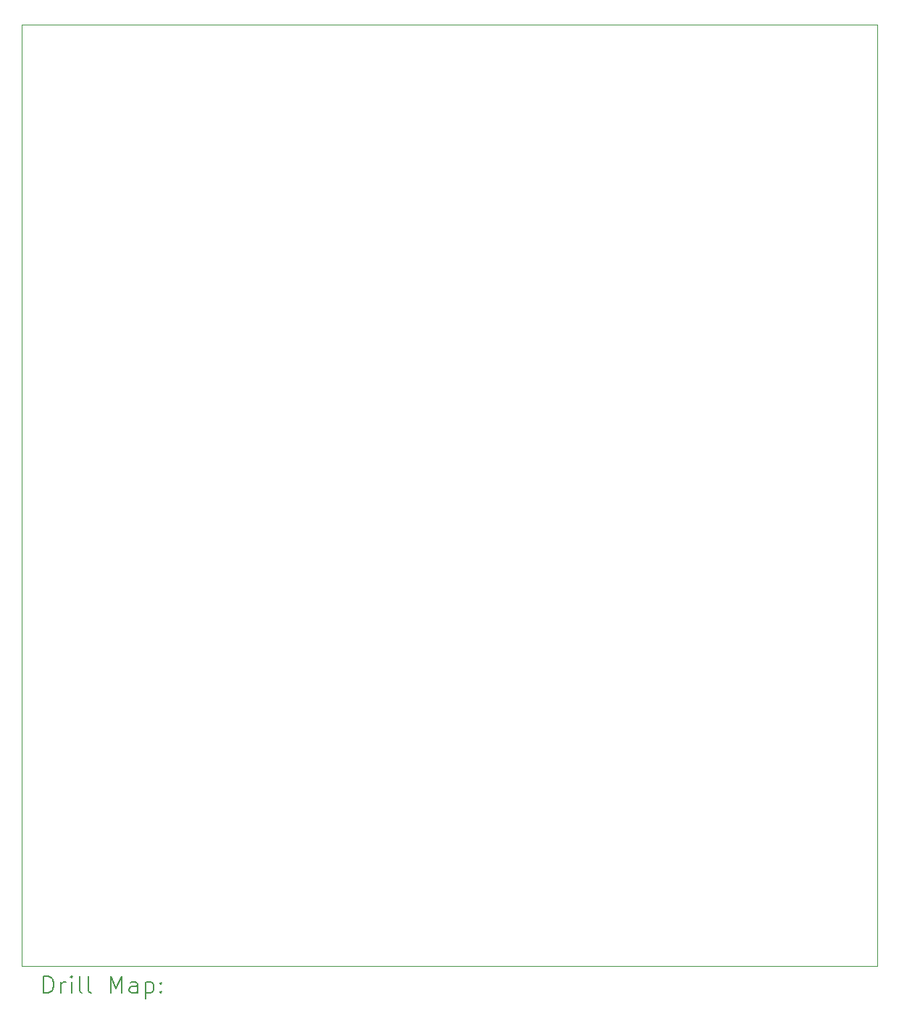
<source format=gbr>
%TF.GenerationSoftware,KiCad,Pcbnew,7.0.9*%
%TF.CreationDate,2024-01-09T16:01:35+02:00*%
%TF.ProjectId,kikad_project,6b696b61-645f-4707-926f-6a6563742e6b,rev?*%
%TF.SameCoordinates,Original*%
%TF.FileFunction,Drillmap*%
%TF.FilePolarity,Positive*%
%FSLAX45Y45*%
G04 Gerber Fmt 4.5, Leading zero omitted, Abs format (unit mm)*
G04 Created by KiCad (PCBNEW 7.0.9) date 2024-01-09 16:01:35*
%MOMM*%
%LPD*%
G01*
G04 APERTURE LIST*
%ADD10C,0.100000*%
%ADD11C,0.200000*%
G04 APERTURE END LIST*
D10*
X0Y0D02*
X10000000Y0D01*
X10000000Y-11000000D01*
X0Y-11000000D01*
X0Y0D01*
D11*
X255777Y-11316484D02*
X255777Y-11116484D01*
X255777Y-11116484D02*
X303396Y-11116484D01*
X303396Y-11116484D02*
X331967Y-11126008D01*
X331967Y-11126008D02*
X351015Y-11145055D01*
X351015Y-11145055D02*
X360539Y-11164103D01*
X360539Y-11164103D02*
X370062Y-11202198D01*
X370062Y-11202198D02*
X370062Y-11230769D01*
X370062Y-11230769D02*
X360539Y-11268865D01*
X360539Y-11268865D02*
X351015Y-11287912D01*
X351015Y-11287912D02*
X331967Y-11306960D01*
X331967Y-11306960D02*
X303396Y-11316484D01*
X303396Y-11316484D02*
X255777Y-11316484D01*
X455777Y-11316484D02*
X455777Y-11183150D01*
X455777Y-11221246D02*
X465301Y-11202198D01*
X465301Y-11202198D02*
X474824Y-11192674D01*
X474824Y-11192674D02*
X493872Y-11183150D01*
X493872Y-11183150D02*
X512920Y-11183150D01*
X579586Y-11316484D02*
X579586Y-11183150D01*
X579586Y-11116484D02*
X570063Y-11126008D01*
X570063Y-11126008D02*
X579586Y-11135531D01*
X579586Y-11135531D02*
X589110Y-11126008D01*
X589110Y-11126008D02*
X579586Y-11116484D01*
X579586Y-11116484D02*
X579586Y-11135531D01*
X703396Y-11316484D02*
X684348Y-11306960D01*
X684348Y-11306960D02*
X674824Y-11287912D01*
X674824Y-11287912D02*
X674824Y-11116484D01*
X808158Y-11316484D02*
X789110Y-11306960D01*
X789110Y-11306960D02*
X779586Y-11287912D01*
X779586Y-11287912D02*
X779586Y-11116484D01*
X1036729Y-11316484D02*
X1036729Y-11116484D01*
X1036729Y-11116484D02*
X1103396Y-11259341D01*
X1103396Y-11259341D02*
X1170063Y-11116484D01*
X1170063Y-11116484D02*
X1170063Y-11316484D01*
X1351015Y-11316484D02*
X1351015Y-11211722D01*
X1351015Y-11211722D02*
X1341491Y-11192674D01*
X1341491Y-11192674D02*
X1322444Y-11183150D01*
X1322444Y-11183150D02*
X1284348Y-11183150D01*
X1284348Y-11183150D02*
X1265301Y-11192674D01*
X1351015Y-11306960D02*
X1331967Y-11316484D01*
X1331967Y-11316484D02*
X1284348Y-11316484D01*
X1284348Y-11316484D02*
X1265301Y-11306960D01*
X1265301Y-11306960D02*
X1255777Y-11287912D01*
X1255777Y-11287912D02*
X1255777Y-11268865D01*
X1255777Y-11268865D02*
X1265301Y-11249817D01*
X1265301Y-11249817D02*
X1284348Y-11240293D01*
X1284348Y-11240293D02*
X1331967Y-11240293D01*
X1331967Y-11240293D02*
X1351015Y-11230769D01*
X1446253Y-11183150D02*
X1446253Y-11383150D01*
X1446253Y-11192674D02*
X1465301Y-11183150D01*
X1465301Y-11183150D02*
X1503396Y-11183150D01*
X1503396Y-11183150D02*
X1522443Y-11192674D01*
X1522443Y-11192674D02*
X1531967Y-11202198D01*
X1531967Y-11202198D02*
X1541491Y-11221246D01*
X1541491Y-11221246D02*
X1541491Y-11278388D01*
X1541491Y-11278388D02*
X1531967Y-11297436D01*
X1531967Y-11297436D02*
X1522443Y-11306960D01*
X1522443Y-11306960D02*
X1503396Y-11316484D01*
X1503396Y-11316484D02*
X1465301Y-11316484D01*
X1465301Y-11316484D02*
X1446253Y-11306960D01*
X1627205Y-11297436D02*
X1636729Y-11306960D01*
X1636729Y-11306960D02*
X1627205Y-11316484D01*
X1627205Y-11316484D02*
X1617682Y-11306960D01*
X1617682Y-11306960D02*
X1627205Y-11297436D01*
X1627205Y-11297436D02*
X1627205Y-11316484D01*
X1627205Y-11192674D02*
X1636729Y-11202198D01*
X1636729Y-11202198D02*
X1627205Y-11211722D01*
X1627205Y-11211722D02*
X1617682Y-11202198D01*
X1617682Y-11202198D02*
X1627205Y-11192674D01*
X1627205Y-11192674D02*
X1627205Y-11211722D01*
M02*

</source>
